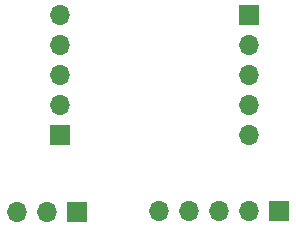
<source format=gbr>
%TF.GenerationSoftware,KiCad,Pcbnew,7.0.8-7.0.8~ubuntu22.04.1*%
%TF.CreationDate,2023-10-21T13:42:11+02:00*%
%TF.ProjectId,st_adap,73745f61-6461-4702-9e6b-696361645f70,rev?*%
%TF.SameCoordinates,Original*%
%TF.FileFunction,Soldermask,Bot*%
%TF.FilePolarity,Negative*%
%FSLAX46Y46*%
G04 Gerber Fmt 4.6, Leading zero omitted, Abs format (unit mm)*
G04 Created by KiCad (PCBNEW 7.0.8-7.0.8~ubuntu22.04.1) date 2023-10-21 13:42:11*
%MOMM*%
%LPD*%
G01*
G04 APERTURE LIST*
%ADD10R,1.700000X1.700000*%
%ADD11O,1.700000X1.700000*%
G04 APERTURE END LIST*
D10*
%TO.C,J5*%
X201480000Y-114600000D03*
D11*
X198940000Y-114600000D03*
X196400000Y-114600000D03*
%TD*%
D10*
%TO.C,J2*%
X216000000Y-98000000D03*
D11*
X216000000Y-100540000D03*
X216000000Y-103080000D03*
X216000000Y-105620000D03*
X216000000Y-108160000D03*
%TD*%
D10*
%TO.C,J4*%
X218550000Y-114550000D03*
D11*
X216010000Y-114550000D03*
X213470000Y-114550000D03*
X210930000Y-114550000D03*
X208390000Y-114550000D03*
%TD*%
D10*
%TO.C,J3*%
X200000000Y-108160000D03*
D11*
X200000000Y-105620000D03*
X200000000Y-103080000D03*
X200000000Y-100540000D03*
X200000000Y-98000000D03*
%TD*%
M02*

</source>
